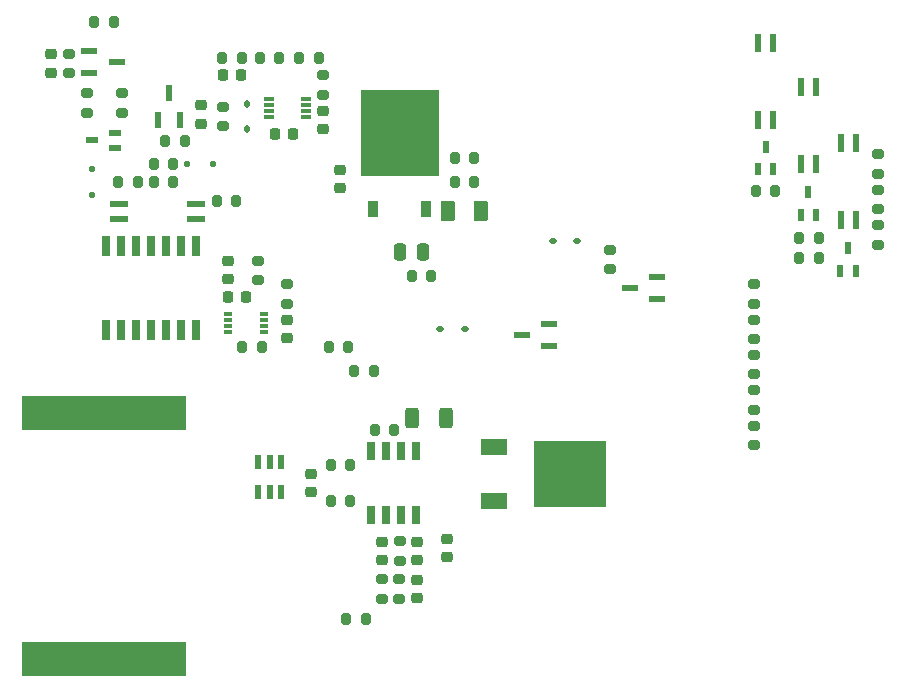
<source format=gbr>
%TF.GenerationSoftware,KiCad,Pcbnew,8.0.4*%
%TF.CreationDate,2024-08-13T21:05:31+09:00*%
%TF.ProjectId,chibarobo_board_2024,63686962-6172-46f6-926f-5f626f617264,rev?*%
%TF.SameCoordinates,Original*%
%TF.FileFunction,Paste,Bot*%
%TF.FilePolarity,Positive*%
%FSLAX46Y46*%
G04 Gerber Fmt 4.6, Leading zero omitted, Abs format (unit mm)*
G04 Created by KiCad (PCBNEW 8.0.4) date 2024-08-13 21:05:31*
%MOMM*%
%LPD*%
G01*
G04 APERTURE LIST*
G04 Aperture macros list*
%AMRoundRect*
0 Rectangle with rounded corners*
0 $1 Rounding radius*
0 $2 $3 $4 $5 $6 $7 $8 $9 X,Y pos of 4 corners*
0 Add a 4 corners polygon primitive as box body*
4,1,4,$2,$3,$4,$5,$6,$7,$8,$9,$2,$3,0*
0 Add four circle primitives for the rounded corners*
1,1,$1+$1,$2,$3*
1,1,$1+$1,$4,$5*
1,1,$1+$1,$6,$7*
1,1,$1+$1,$8,$9*
0 Add four rect primitives between the rounded corners*
20,1,$1+$1,$2,$3,$4,$5,0*
20,1,$1+$1,$4,$5,$6,$7,0*
20,1,$1+$1,$6,$7,$8,$9,0*
20,1,$1+$1,$8,$9,$2,$3,0*%
G04 Aperture macros list end*
%ADD10RoundRect,0.200000X-0.275000X0.200000X-0.275000X-0.200000X0.275000X-0.200000X0.275000X0.200000X0*%
%ADD11RoundRect,0.225000X0.250000X-0.225000X0.250000X0.225000X-0.250000X0.225000X-0.250000X-0.225000X0*%
%ADD12R,0.500000X1.000000*%
%ADD13RoundRect,0.225000X-0.250000X0.225000X-0.250000X-0.225000X0.250000X-0.225000X0.250000X0.225000X0*%
%ADD14RoundRect,0.200000X-0.200000X-0.275000X0.200000X-0.275000X0.200000X0.275000X-0.200000X0.275000X0*%
%ADD15R,0.850000X0.300000*%
%ADD16R,2.286000X1.397000*%
%ADD17R,6.180000X5.690000*%
%ADD18R,1.000000X0.500000*%
%ADD19RoundRect,0.137500X0.137500X-0.662500X0.137500X0.662500X-0.137500X0.662500X-0.137500X-0.662500X0*%
%ADD20RoundRect,0.200000X0.200000X0.275000X-0.200000X0.275000X-0.200000X-0.275000X0.200000X-0.275000X0*%
%ADD21R,0.700000X1.775000*%
%ADD22RoundRect,0.225000X-0.225000X-0.250000X0.225000X-0.250000X0.225000X0.250000X-0.225000X0.250000X0*%
%ADD23RoundRect,0.200000X0.275000X-0.200000X0.275000X0.200000X-0.275000X0.200000X-0.275000X-0.200000X0*%
%ADD24RoundRect,0.112500X0.187500X0.112500X-0.187500X0.112500X-0.187500X-0.112500X0.187500X-0.112500X0*%
%ADD25RoundRect,0.125000X0.125000X0.125000X-0.125000X0.125000X-0.125000X-0.125000X0.125000X-0.125000X0*%
%ADD26RoundRect,0.250000X0.250000X0.475000X-0.250000X0.475000X-0.250000X-0.475000X0.250000X-0.475000X0*%
%ADD27RoundRect,0.125000X0.125000X-0.125000X0.125000X0.125000X-0.125000X0.125000X-0.125000X-0.125000X0*%
%ADD28R,1.450000X0.600000*%
%ADD29RoundRect,0.225000X0.225000X0.250000X-0.225000X0.250000X-0.225000X-0.250000X0.225000X-0.250000X0*%
%ADD30RoundRect,0.250000X-0.375000X-0.625000X0.375000X-0.625000X0.375000X0.625000X-0.375000X0.625000X0*%
%ADD31RoundRect,0.250000X0.312500X0.625000X-0.312500X0.625000X-0.312500X-0.625000X0.312500X-0.625000X0*%
%ADD32R,0.600000X1.450000*%
%ADD33R,0.700000X1.525000*%
%ADD34R,0.800000X0.300000*%
%ADD35RoundRect,0.137500X-0.662500X-0.137500X0.662500X-0.137500X0.662500X0.137500X-0.662500X0.137500X0*%
%ADD36RoundRect,0.112500X0.112500X-0.187500X0.112500X0.187500X-0.112500X0.187500X-0.112500X-0.187500X0*%
%ADD37R,0.600000X1.200000*%
%ADD38R,0.939800X1.320800*%
%ADD39R,6.604000X7.315200*%
%ADD40R,14.000000X3.000000*%
G04 APERTURE END LIST*
D10*
%TO.C,R7*%
X137989124Y-99681981D03*
X137989124Y-101331981D03*
%TD*%
D11*
%TO.C,C17*%
X121213802Y-61097364D03*
X121213802Y-59547364D03*
%TD*%
D12*
%TO.C,Q3*%
X169650000Y-64950000D03*
X168350000Y-64950000D03*
X169000000Y-63050000D03*
%TD*%
D13*
%TO.C,C9*%
X128500000Y-77725000D03*
X128500000Y-79275000D03*
%TD*%
%TO.C,C14*%
X131491802Y-60035542D03*
X131491802Y-61585542D03*
%TD*%
D14*
%TO.C,R52*%
X114175000Y-66000000D03*
X115825000Y-66000000D03*
%TD*%
D15*
%TO.C,IC5*%
X130075000Y-59000000D03*
X130075000Y-59500000D03*
X130075000Y-60000000D03*
X130075000Y-60500000D03*
X126925000Y-60500000D03*
X126925000Y-60000000D03*
X126925000Y-59500000D03*
X126925000Y-59000000D03*
%TD*%
D16*
%TO.C,Q2*%
X146000000Y-93000000D03*
D17*
X152436000Y-90714000D03*
D16*
X146000000Y-88428000D03*
%TD*%
D18*
%TO.C,Q8*%
X113900000Y-61850000D03*
X113900000Y-63150000D03*
X112000000Y-62500000D03*
%TD*%
D10*
%TO.C,R61*%
X155787095Y-71776873D03*
X155787095Y-73426873D03*
%TD*%
D13*
%TO.C,C2*%
X139484104Y-96491895D03*
X139484104Y-98041895D03*
%TD*%
D10*
%TO.C,R19*%
X178500000Y-69675000D03*
X178500000Y-71325000D03*
%TD*%
D19*
%TO.C,U1*%
X169635000Y-60750000D03*
X168365000Y-60750000D03*
X168365000Y-54250000D03*
X169635000Y-54250000D03*
%TD*%
D20*
%TO.C,R3*%
X133825000Y-93000000D03*
X132175000Y-93000000D03*
%TD*%
D11*
%TO.C,C1*%
X136500000Y-98050000D03*
X136500000Y-96500000D03*
%TD*%
D20*
%TO.C,R48*%
X113825000Y-52500000D03*
X112175000Y-52500000D03*
%TD*%
D13*
%TO.C,C6*%
X142000000Y-96225000D03*
X142000000Y-97775000D03*
%TD*%
D10*
%TO.C,R6*%
X138004623Y-96446313D03*
X138004623Y-98096313D03*
%TD*%
D14*
%TO.C,R1*%
X133500000Y-103000000D03*
X135150000Y-103000000D03*
%TD*%
D21*
%TO.C,IC3*%
X120810000Y-78538000D03*
X119540000Y-78538000D03*
X118270000Y-78538000D03*
X117000000Y-78538000D03*
X115730000Y-78538000D03*
X114460000Y-78538000D03*
X113190000Y-78538000D03*
X113190000Y-71462000D03*
X114460000Y-71462000D03*
X115730000Y-71462000D03*
X117000000Y-71462000D03*
X118270000Y-71462000D03*
X119540000Y-71462000D03*
X120810000Y-71462000D03*
%TD*%
D22*
%TO.C,C18*%
X127450000Y-62000000D03*
X129000000Y-62000000D03*
%TD*%
D23*
%TO.C,R42*%
X123075000Y-61325000D03*
X123075000Y-59675000D03*
%TD*%
D10*
%TO.C,R37*%
X128500000Y-74675000D03*
X128500000Y-76325000D03*
%TD*%
D12*
%TO.C,Q5*%
X176618196Y-73548876D03*
X175318196Y-73548876D03*
X175968196Y-71648876D03*
%TD*%
D14*
%TO.C,R59*%
X142675000Y-64000000D03*
X144325000Y-64000000D03*
%TD*%
%TO.C,R49*%
X118175000Y-62557176D03*
X119825000Y-62557176D03*
%TD*%
%TO.C,R18*%
X171850000Y-72500000D03*
X173500000Y-72500000D03*
%TD*%
D11*
%TO.C,C7*%
X130500000Y-92275000D03*
X130500000Y-90725000D03*
%TD*%
D14*
%TO.C,R57*%
X139042214Y-74029487D03*
X140692214Y-74029487D03*
%TD*%
D24*
%TO.C,D9*%
X153054674Y-71055664D03*
X150954674Y-71055664D03*
%TD*%
D11*
%TO.C,C15*%
X108500000Y-56775000D03*
X108500000Y-55225000D03*
%TD*%
D14*
%TO.C,R50*%
X117175000Y-66000000D03*
X118825000Y-66000000D03*
%TD*%
D13*
%TO.C,C10*%
X133000000Y-65000000D03*
X133000000Y-66550000D03*
%TD*%
D25*
%TO.C,D7*%
X122206320Y-64500000D03*
X120006320Y-64500000D03*
%TD*%
D13*
%TO.C,C13*%
X123500000Y-72725000D03*
X123500000Y-74275000D03*
%TD*%
D14*
%TO.C,R12*%
X168180651Y-66829614D03*
X169830651Y-66829614D03*
%TD*%
D12*
%TO.C,Q4*%
X173270991Y-68789091D03*
X171970991Y-68789091D03*
X172620991Y-66889091D03*
%TD*%
D23*
%TO.C,R13*%
X178500000Y-65325000D03*
X178500000Y-63675000D03*
%TD*%
D26*
%TO.C,C12*%
X139950000Y-72000000D03*
X138050000Y-72000000D03*
%TD*%
D23*
%TO.C,R2*%
X136500000Y-101325000D03*
X136500000Y-99675000D03*
%TD*%
D27*
%TO.C,D6*%
X112000000Y-67100000D03*
X112000000Y-64900000D03*
%TD*%
D14*
%TO.C,R40*%
X129500000Y-55500000D03*
X131150000Y-55500000D03*
%TD*%
D28*
%TO.C,Q13*%
X159800000Y-74050000D03*
X159800000Y-75950000D03*
X157500000Y-75000000D03*
%TD*%
D14*
%TO.C,R60*%
X142675000Y-66000000D03*
X144325000Y-66000000D03*
%TD*%
D10*
%TO.C,R29*%
X168000000Y-77675000D03*
X168000000Y-79325000D03*
%TD*%
D23*
%TO.C,R47*%
X114500000Y-60150000D03*
X114500000Y-58500000D03*
%TD*%
D29*
%TO.C,C11*%
X125032379Y-75790854D03*
X123482379Y-75790854D03*
%TD*%
D10*
%TO.C,R44*%
X110000000Y-55175000D03*
X110000000Y-56825000D03*
%TD*%
%TO.C,R31*%
X168000000Y-80675000D03*
X168000000Y-82325000D03*
%TD*%
D19*
%TO.C,U3*%
X176635000Y-69250000D03*
X175365000Y-69250000D03*
X175365000Y-62750000D03*
X176635000Y-62750000D03*
%TD*%
D22*
%TO.C,C16*%
X123035342Y-57008178D03*
X124585342Y-57008178D03*
%TD*%
D28*
%TO.C,Q11*%
X150650000Y-78050000D03*
X150650000Y-79950000D03*
X148350000Y-79000000D03*
%TD*%
D10*
%TO.C,R33*%
X168000000Y-83675000D03*
X168000000Y-85325000D03*
%TD*%
%TO.C,R27*%
X168000000Y-74675000D03*
X168000000Y-76325000D03*
%TD*%
D30*
%TO.C,F1*%
X142100000Y-68500000D03*
X144900000Y-68500000D03*
%TD*%
D14*
%TO.C,R15*%
X171830768Y-70735149D03*
X173480768Y-70735149D03*
%TD*%
D10*
%TO.C,R35*%
X168000000Y-86675000D03*
X168000000Y-88325000D03*
%TD*%
D31*
%TO.C,R58*%
X141962500Y-86000000D03*
X139037500Y-86000000D03*
%TD*%
D10*
%TO.C,R41*%
X131500000Y-57000000D03*
X131500000Y-58650000D03*
%TD*%
D14*
%TO.C,R55*%
X134175000Y-82000000D03*
X135825000Y-82000000D03*
%TD*%
D20*
%TO.C,R9*%
X133825000Y-90000000D03*
X132175000Y-90000000D03*
%TD*%
D10*
%TO.C,R54*%
X126000000Y-72686152D03*
X126000000Y-74336152D03*
%TD*%
D32*
%TO.C,Q10*%
X119450000Y-60800000D03*
X117550000Y-60800000D03*
X118500000Y-58500000D03*
%TD*%
D20*
%TO.C,R45*%
X127825000Y-55500000D03*
X126175000Y-55500000D03*
%TD*%
D23*
%TO.C,R16*%
X178500000Y-68325000D03*
X178500000Y-66675000D03*
%TD*%
D24*
%TO.C,D10*%
X143550000Y-78500000D03*
X141450000Y-78500000D03*
%TD*%
D33*
%TO.C,IC2*%
X139405000Y-94212000D03*
X138135000Y-94212000D03*
X136865000Y-94212000D03*
X135595000Y-94212000D03*
X135595000Y-88788000D03*
X136865000Y-88788000D03*
X138135000Y-88788000D03*
X139405000Y-88788000D03*
%TD*%
D14*
%TO.C,R39*%
X124675000Y-80000000D03*
X126325000Y-80000000D03*
%TD*%
D34*
%TO.C,U6*%
X126550000Y-77250000D03*
X126550000Y-77750000D03*
X126550000Y-78250000D03*
X126550000Y-78750000D03*
X123450000Y-78750000D03*
X123450000Y-78250000D03*
X123450000Y-77750000D03*
X123450000Y-77250000D03*
%TD*%
D35*
%TO.C,U7*%
X114250000Y-69135000D03*
X114250000Y-67865000D03*
X120750000Y-67865000D03*
X120750000Y-69135000D03*
%TD*%
D36*
%TO.C,D4*%
X125075000Y-61550000D03*
X125075000Y-59450000D03*
%TD*%
D20*
%TO.C,R46*%
X124650000Y-55500000D03*
X123000000Y-55500000D03*
%TD*%
D11*
%TO.C,C3*%
X139492501Y-101270049D03*
X139492501Y-99720049D03*
%TD*%
D19*
%TO.C,U2*%
X173270000Y-64500000D03*
X172000000Y-64500000D03*
X172000000Y-58000000D03*
X173270000Y-58000000D03*
%TD*%
D10*
%TO.C,R43*%
X111500000Y-58500000D03*
X111500000Y-60150000D03*
%TD*%
D37*
%TO.C,U8*%
X126050000Y-89750000D03*
X127000000Y-89750000D03*
X127950000Y-89750000D03*
X127950000Y-92250000D03*
X127000000Y-92250000D03*
X126050000Y-92250000D03*
%TD*%
D20*
%TO.C,R56*%
X133650000Y-80000000D03*
X132000000Y-80000000D03*
%TD*%
%TO.C,R8*%
X137551657Y-87032933D03*
X135901657Y-87032933D03*
%TD*%
D38*
%TO.C,IC4*%
X140260600Y-68299200D03*
D39*
X138000000Y-61847600D03*
D38*
X135739400Y-68299200D03*
%TD*%
D40*
%TO.C,L1*%
X113000000Y-85600000D03*
X113000000Y-106400000D03*
%TD*%
D14*
%TO.C,R53*%
X122538694Y-67672970D03*
X124188694Y-67672970D03*
%TD*%
D28*
%TO.C,Q9*%
X111750000Y-56800000D03*
X111750000Y-54900000D03*
X114050000Y-55850000D03*
%TD*%
D20*
%TO.C,R51*%
X118825904Y-64495647D03*
X117175904Y-64495647D03*
%TD*%
M02*

</source>
